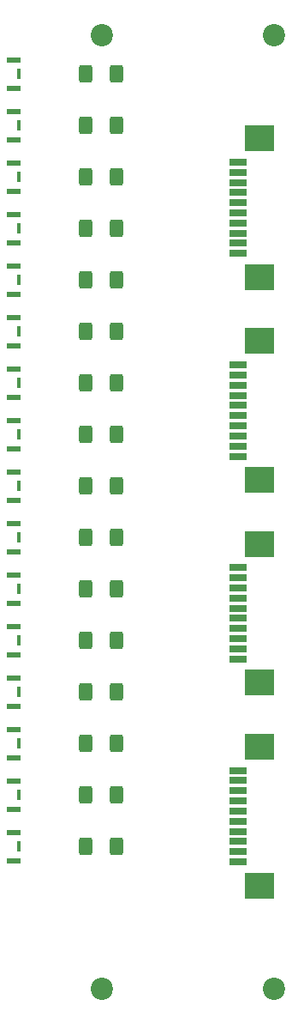
<source format=gbr>
%TF.GenerationSoftware,KiCad,Pcbnew,8.0.4-8.0.4-0~ubuntu22.04.1*%
%TF.CreationDate,2024-09-26T22:04:01+03:00*%
%TF.ProjectId,PM-LED16,504d2d4c-4544-4313-962e-6b696361645f,rev?*%
%TF.SameCoordinates,Original*%
%TF.FileFunction,Soldermask,Top*%
%TF.FilePolarity,Negative*%
%FSLAX46Y46*%
G04 Gerber Fmt 4.6, Leading zero omitted, Abs format (unit mm)*
G04 Created by KiCad (PCBNEW 8.0.4-8.0.4-0~ubuntu22.04.1) date 2024-09-26 22:04:01*
%MOMM*%
%LPD*%
G01*
G04 APERTURE LIST*
G04 Aperture macros list*
%AMRoundRect*
0 Rectangle with rounded corners*
0 $1 Rounding radius*
0 $2 $3 $4 $5 $6 $7 $8 $9 X,Y pos of 4 corners*
0 Add a 4 corners polygon primitive as box body*
4,1,4,$2,$3,$4,$5,$6,$7,$8,$9,$2,$3,0*
0 Add four circle primitives for the rounded corners*
1,1,$1+$1,$2,$3*
1,1,$1+$1,$4,$5*
1,1,$1+$1,$6,$7*
1,1,$1+$1,$8,$9*
0 Add four rect primitives between the rounded corners*
20,1,$1+$1,$2,$3,$4,$5,0*
20,1,$1+$1,$4,$5,$6,$7,0*
20,1,$1+$1,$6,$7,$8,$9,0*
20,1,$1+$1,$8,$9,$2,$3,0*%
G04 Aperture macros list end*
%ADD10R,1.410000X0.630000*%
%ADD11R,0.430000X1.070000*%
%ADD12RoundRect,0.250000X-0.400000X-0.625000X0.400000X-0.625000X0.400000X0.625000X-0.400000X0.625000X0*%
%ADD13R,1.803400X0.635000*%
%ADD14R,2.997200X2.590800*%
%ADD15C,2.200000*%
G04 APERTURE END LIST*
D10*
%TO.C,D1*%
X52131000Y-56200000D03*
X52131000Y-59040000D03*
D11*
X52621000Y-57620000D03*
%TD*%
D12*
%TO.C,R8*%
X59170000Y-93180000D03*
X62270000Y-93180000D03*
%TD*%
%TO.C,R10*%
X59170000Y-103340000D03*
X62270000Y-103340000D03*
%TD*%
D13*
%TO.C,J4*%
X74244000Y-135299991D03*
X74244000Y-134299993D03*
X74244000Y-133299995D03*
X74244000Y-132299997D03*
X74244000Y-131299999D03*
X74244000Y-130300001D03*
X74244000Y-129300003D03*
X74244000Y-128300005D03*
X74244000Y-127300007D03*
X74244000Y-126300009D03*
D14*
X76414001Y-137650002D03*
X76414001Y-123949998D03*
%TD*%
D13*
%TO.C,J1*%
X74244000Y-95299991D03*
X74244000Y-94299993D03*
X74244000Y-93299995D03*
X74244000Y-92299997D03*
X74244000Y-91299999D03*
X74244000Y-90300001D03*
X74244000Y-89300003D03*
X74244000Y-88300005D03*
X74244000Y-87300007D03*
X74244000Y-86300009D03*
D14*
X76414001Y-97650002D03*
X76414001Y-83949998D03*
%TD*%
D10*
%TO.C,D11*%
X52131000Y-107000000D03*
X52131000Y-109840000D03*
D11*
X52621000Y-108420000D03*
%TD*%
D12*
%TO.C,R1*%
X59170000Y-57620000D03*
X62270000Y-57620000D03*
%TD*%
D10*
%TO.C,D5*%
X52131000Y-76520000D03*
X52131000Y-79360000D03*
D11*
X52621000Y-77940000D03*
%TD*%
D10*
%TO.C,D14*%
X52131000Y-122240000D03*
X52131000Y-125080000D03*
D11*
X52621000Y-123660000D03*
%TD*%
D12*
%TO.C,R3*%
X59170000Y-67780000D03*
X62270000Y-67780000D03*
%TD*%
%TO.C,R13*%
X59170000Y-118580000D03*
X62270000Y-118580000D03*
%TD*%
%TO.C,R7*%
X59170000Y-88100000D03*
X62270000Y-88100000D03*
%TD*%
D10*
%TO.C,D10*%
X52131000Y-101920000D03*
X52131000Y-104760000D03*
D11*
X52621000Y-103340000D03*
%TD*%
D12*
%TO.C,R6*%
X59170000Y-83020000D03*
X62270000Y-83020000D03*
%TD*%
D13*
%TO.C,J2*%
X74244000Y-115299991D03*
X74244000Y-114299993D03*
X74244000Y-113299995D03*
X74244000Y-112299997D03*
X74244000Y-111299999D03*
X74244000Y-110300001D03*
X74244000Y-109300003D03*
X74244000Y-108300005D03*
X74244000Y-107300007D03*
X74244000Y-106300009D03*
D14*
X76414001Y-117650002D03*
X76414001Y-103949998D03*
%TD*%
D12*
%TO.C,R5*%
X59170000Y-77940000D03*
X62270000Y-77940000D03*
%TD*%
%TO.C,R12*%
X59170000Y-113500000D03*
X62270000Y-113500000D03*
%TD*%
D10*
%TO.C,D9*%
X52131000Y-96840000D03*
X52131000Y-99680000D03*
D11*
X52621000Y-98260000D03*
%TD*%
D10*
%TO.C,D6*%
X52131000Y-81600000D03*
X52131000Y-84440000D03*
D11*
X52621000Y-83020000D03*
%TD*%
D12*
%TO.C,R2*%
X59170000Y-62700000D03*
X62270000Y-62700000D03*
%TD*%
D15*
%TO.C,H1*%
X77800000Y-53800000D03*
%TD*%
D10*
%TO.C,D2*%
X52131000Y-61280000D03*
X52131000Y-64120000D03*
D11*
X52621000Y-62700000D03*
%TD*%
D12*
%TO.C,R4*%
X59170000Y-72860000D03*
X62270000Y-72860000D03*
%TD*%
D10*
%TO.C,D7*%
X52131000Y-86680000D03*
X52131000Y-89520000D03*
D11*
X52621000Y-88100000D03*
%TD*%
D15*
%TO.C,H4*%
X60800000Y-147800000D03*
%TD*%
%TO.C,H2*%
X77800000Y-147800000D03*
%TD*%
D10*
%TO.C,D13*%
X52131000Y-117160000D03*
X52131000Y-120000000D03*
D11*
X52621000Y-118580000D03*
%TD*%
D10*
%TO.C,D15*%
X52131000Y-127320000D03*
X52131000Y-130160000D03*
D11*
X52621000Y-128740000D03*
%TD*%
D12*
%TO.C,R11*%
X59170000Y-108420000D03*
X62270000Y-108420000D03*
%TD*%
%TO.C,R14*%
X59170000Y-123660000D03*
X62270000Y-123660000D03*
%TD*%
D10*
%TO.C,D12*%
X52131000Y-112080000D03*
X52131000Y-114920000D03*
D11*
X52621000Y-113500000D03*
%TD*%
D10*
%TO.C,D8*%
X52131000Y-91760000D03*
X52131000Y-94600000D03*
D11*
X52621000Y-93180000D03*
%TD*%
D12*
%TO.C,R16*%
X59170000Y-133820000D03*
X62270000Y-133820000D03*
%TD*%
D10*
%TO.C,D16*%
X52131000Y-132400000D03*
X52131000Y-135240000D03*
D11*
X52621000Y-133820000D03*
%TD*%
D10*
%TO.C,D4*%
X52131000Y-71440000D03*
X52131000Y-74280000D03*
D11*
X52621000Y-72860000D03*
%TD*%
D15*
%TO.C,H3*%
X60800000Y-53800000D03*
%TD*%
D12*
%TO.C,R15*%
X59170000Y-128740000D03*
X62270000Y-128740000D03*
%TD*%
D10*
%TO.C,D3*%
X52131000Y-66360000D03*
X52131000Y-69200000D03*
D11*
X52621000Y-67780000D03*
%TD*%
D13*
%TO.C,J3*%
X74244000Y-75299991D03*
X74244000Y-74299993D03*
X74244000Y-73299995D03*
X74244000Y-72299997D03*
X74244000Y-71299999D03*
X74244000Y-70300001D03*
X74244000Y-69300003D03*
X74244000Y-68300005D03*
X74244000Y-67300007D03*
X74244000Y-66300009D03*
D14*
X76414001Y-77650002D03*
X76414001Y-63949998D03*
%TD*%
D12*
%TO.C,R9*%
X59170000Y-98260000D03*
X62270000Y-98260000D03*
%TD*%
M02*

</source>
